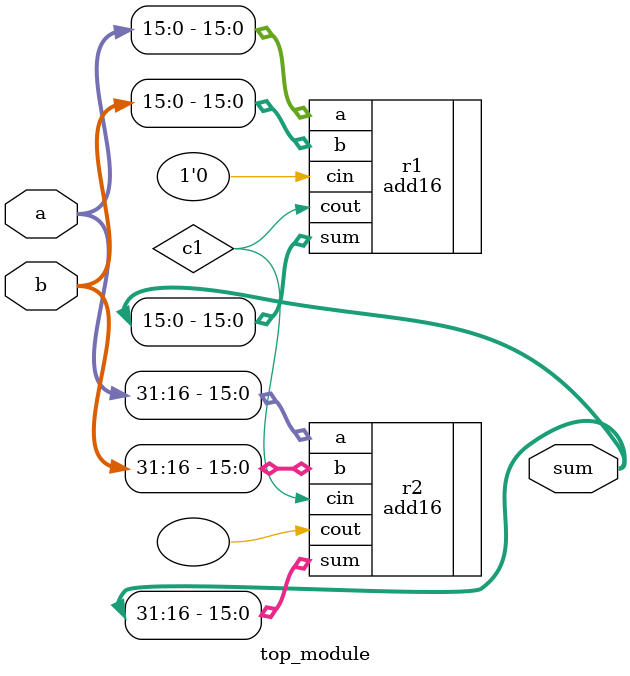
<source format=sv>
module top_module(
    input logic [31:0] a,
    input logic [31:0] b,
    output logic [31:0] sum
);

    logic c1;

    add16 r1(
        .a(a[15:0]),
        .b(b[15:0]),
        .cin(1'b0),
        .sum(sum[15:0]),
        .cout(c1)
    );

    add16 r2(
        .a(a[31:16]),
        .b(b[31:16]),
        .cin(c1),
        .sum(sum[31:16]),
        .cout()
    );

endmodule
</source>
